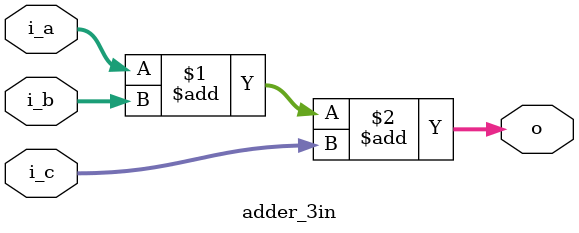
<source format=v>

module adder_3in(i_a, i_b, i_c, o);

// parameters
parameter WIDTH=32;
parameter FRAC=24;

// input ports
input signed [WIDTH-1:0] i_a, i_b, i_c;

// output ports
output signed [WIDTH-1:0] o;

// adding i_a, i_b, and i_c
assign o = i_a + i_b + i_c;

endmodule
</source>
